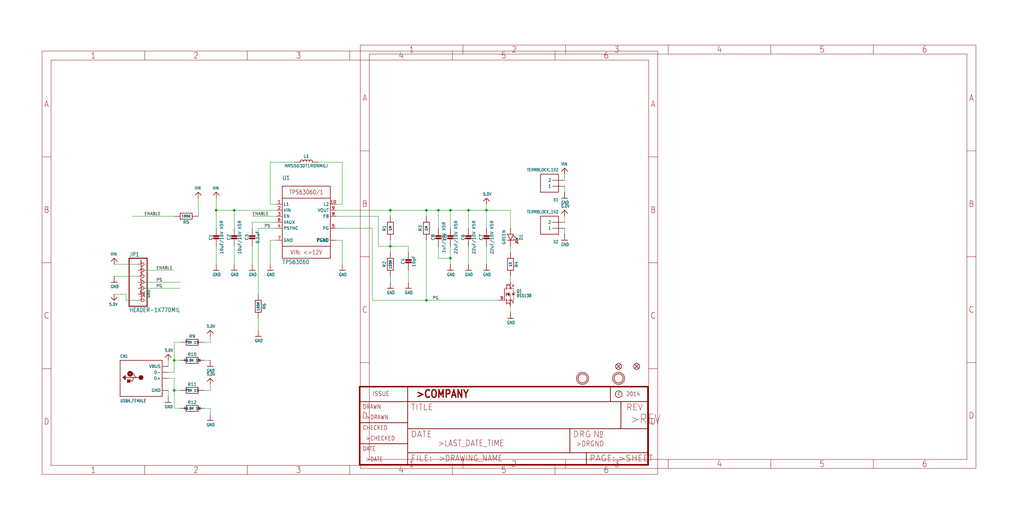
<source format=kicad_sch>
(kicad_sch (version 20211123) (generator eeschema)
  (paper "User" 433.07 220.421)
  (lib_symbols
    (symbol "eagleSchem-eagle-import:5.0V" (power)
      (property "Value" "5.0V" (at -1.524 1.016 0))
      (symbol "5.0V_1_0"
        (polyline (pts (xy -1.27 -1.27) (xy 0 0)) (stroke (width 0.254)))
        (polyline (pts (xy 0 0) (xy 1.27 -1.27)) (stroke (width 0.254)))
        (pin power_in line (at 0 -2.54 90) (length 2.54) (name "5.0V") (number "1"))
      )
    )
    (symbol "eagleSchem-eagle-import:CAP_CERAMIC0805-NOOUTLINE"
      (property "Reference" "C" (at -2.29 1.25 90))
      (property "Value" "CAP_CERAMIC0805-NOOUTLINE" (at 2.3 1.25 90))
      (symbol "CAP_CERAMIC0805-NOOUTLINE_1_0"
        (rectangle (start -1.27 0.508) (end 1.27 1.016) (fill (type outline)))
        (rectangle (start -1.27 1.524) (end 1.27 2.032) (fill (type outline)))
        (polyline (pts (xy 0 0.762) (xy 0 0)) (stroke (width 0.1524)))
        (polyline (pts (xy 0 2.54) (xy 0 1.778)) (stroke (width 0.1524)))
        (pin passive line (at 0 5.08 270) (length 2.54) (name "1") (number "1"))
        (pin passive line (at 0 -2.54 90) (length 2.54) (name "2") (number "2"))
      )
    )
    (symbol "eagleSchem-eagle-import:FIDUCIAL{dblquote}{dblquote}"
      (symbol "FIDUCIAL{dblquote}{dblquote}_1_0"
        (polyline (pts (xy -0.762 0.762) (xy 0.762 -0.762)) (stroke (width 0.254)))
        (polyline (pts (xy 0.762 0.762) (xy -0.762 -0.762)) (stroke (width 0.254)))
        (circle (center 0 0) (radius 1.27) (stroke (width 0.254)))
      )
    )
    (symbol "eagleSchem-eagle-import:FRAME_A4"
      (symbol "FRAME_A4_0_0"
        (polyline (pts (xy 0 44.7675) (xy 3.81 44.7675)))
        (polyline (pts (xy 0 89.535) (xy 3.81 89.535)))
        (polyline (pts (xy 0 134.3025) (xy 3.81 134.3025)))
        (polyline (pts (xy 3.81 3.81) (xy 3.81 175.26)))
        (polyline (pts (xy 43.3917 0) (xy 43.3917 3.81)))
        (polyline (pts (xy 43.3917 175.26) (xy 43.3917 179.07)))
        (polyline (pts (xy 86.7833 0) (xy 86.7833 3.81)))
        (polyline (pts (xy 86.7833 175.26) (xy 86.7833 179.07)))
        (polyline (pts (xy 130.175 0) (xy 130.175 3.81)))
        (polyline (pts (xy 130.175 175.26) (xy 130.175 179.07)))
        (polyline (pts (xy 173.5667 0) (xy 173.5667 3.81)))
        (polyline (pts (xy 173.5667 175.26) (xy 173.5667 179.07)))
        (polyline (pts (xy 216.9583 0) (xy 216.9583 3.81)))
        (polyline (pts (xy 216.9583 175.26) (xy 216.9583 179.07)))
        (polyline (pts (xy 256.54 3.81) (xy 3.81 3.81)))
        (polyline (pts (xy 256.54 3.81) (xy 256.54 175.26)))
        (polyline (pts (xy 256.54 44.7675) (xy 260.35 44.7675)))
        (polyline (pts (xy 256.54 89.535) (xy 260.35 89.535)))
        (polyline (pts (xy 256.54 134.3025) (xy 260.35 134.3025)))
        (polyline (pts (xy 256.54 175.26) (xy 3.81 175.26)))
        (polyline (pts (xy 0 0) (xy 260.35 0) (xy 260.35 179.07) (xy 0 179.07) (xy 0 0)))
        (text "1" (at 21.6958 1.905 0) (effects (font (size 2.54 2.286))))
        (text "1" (at 21.6958 177.165 0) (effects (font (size 2.54 2.286))))
        (text "2" (at 65.0875 1.905 0) (effects (font (size 2.54 2.286))))
        (text "2" (at 65.0875 177.165 0) (effects (font (size 2.54 2.286))))
        (text "3" (at 108.4792 1.905 0) (effects (font (size 2.54 2.286))))
        (text "3" (at 108.4792 177.165 0) (effects (font (size 2.54 2.286))))
        (text "4" (at 151.8708 1.905 0) (effects (font (size 2.54 2.286))))
        (text "4" (at 151.8708 177.165 0) (effects (font (size 2.54 2.286))))
        (text "5" (at 195.2625 1.905 0) (effects (font (size 2.54 2.286))))
        (text "5" (at 195.2625 177.165 0) (effects (font (size 2.54 2.286))))
        (text "6" (at 238.6542 1.905 0) (effects (font (size 2.54 2.286))))
        (text "6" (at 238.6542 177.165 0) (effects (font (size 2.54 2.286))))
        (text "A" (at 1.905 156.6863 0) (effects (font (size 2.54 2.286))))
        (text "A" (at 258.445 156.6863 0) (effects (font (size 2.54 2.286))))
        (text "B" (at 1.905 111.9188 0) (effects (font (size 2.54 2.286))))
        (text "B" (at 258.445 111.9188 0) (effects (font (size 2.54 2.286))))
        (text "C" (at 1.905 67.1513 0) (effects (font (size 2.54 2.286))))
        (text "C" (at 258.445 67.1513 0) (effects (font (size 2.54 2.286))))
        (text "D" (at 1.905 22.3838 0) (effects (font (size 2.54 2.286))))
        (text "D" (at 258.445 22.3838 0) (effects (font (size 2.54 2.286))))
      )
      (symbol "FRAME_A4_1_0"
        (polyline (pts (xy 256.54 3.81) (xy 256.54 8.89)) (stroke (width 0.1016)))
        (polyline (pts (xy 256.54 8.89) (xy 256.54 13.97)) (stroke (width 0.1016)))
        (polyline (pts (xy 256.54 13.97) (xy 256.54 19.05)) (stroke (width 0.1016)))
        (polyline (pts (xy 256.54 19.05) (xy 256.54 36.83)) (stroke (width 0.1016)))
      )
      (symbol "FRAME_A4_2_0"
        (polyline (pts (xy -0.3048 1.5748) (xy 20.0152 1.5748)) (stroke (width 0.6096)))
        (polyline (pts (xy -0.3048 10.4648) (xy -0.3048 1.5748)) (stroke (width 0.6096)))
        (polyline (pts (xy -0.3048 10.4648) (xy 20.0152 10.4648)) (stroke (width 0.3048)))
        (polyline (pts (xy -0.3048 19.3548) (xy -0.3048 10.4648)) (stroke (width 0.6096)))
        (polyline (pts (xy -0.3048 19.3548) (xy 20.0152 19.3548)) (stroke (width 0.3048)))
        (polyline (pts (xy -0.3048 28.2448) (xy -0.3048 19.3548)) (stroke (width 0.6096)))
        (polyline (pts (xy -0.3048 28.2448) (xy 20.0152 28.2448)) (stroke (width 0.3048)))
        (polyline (pts (xy -0.3048 34.5948) (xy -0.3048 28.2448)) (stroke (width 0.6096)))
        (polyline (pts (xy 20.0152 1.5748) (xy 20.0152 6.6548)) (stroke (width 0.3048)))
        (polyline (pts (xy 20.0152 1.5748) (xy 95.5802 1.5748)) (stroke (width 0.6096)))
        (polyline (pts (xy 20.0152 6.6548) (xy 20.0152 10.4648)) (stroke (width 0.3048)))
        (polyline (pts (xy 20.0152 6.6548) (xy 88.5952 6.6548)) (stroke (width 0.3048)))
        (polyline (pts (xy 20.0152 10.4648) (xy 20.0152 16.8148)) (stroke (width 0.3048)))
        (polyline (pts (xy 20.0152 16.8148) (xy 20.0152 19.3548)) (stroke (width 0.3048)))
        (polyline (pts (xy 20.0152 19.3548) (xy 20.0152 28.2448)) (stroke (width 0.3048)))
        (polyline (pts (xy 20.0152 28.2448) (xy 20.0152 34.5948)) (stroke (width 0.3048)))
        (polyline (pts (xy 20.0152 28.2448) (xy 105.7402 28.2448)) (stroke (width 0.3048)))
        (polyline (pts (xy 20.0152 34.5948) (xy -0.3048 34.5948)) (stroke (width 0.6096)))
        (polyline (pts (xy 88.5952 6.6548) (xy 95.5802 6.6548)) (stroke (width 0.3048)))
        (polyline (pts (xy 88.5952 16.8148) (xy 20.0152 16.8148)) (stroke (width 0.3048)))
        (polyline (pts (xy 88.5952 16.8148) (xy 88.5952 6.6548)) (stroke (width 0.3048)))
        (polyline (pts (xy 95.5802 1.5748) (xy 121.6152 1.5748)) (stroke (width 0.6096)))
        (polyline (pts (xy 95.5802 6.6548) (xy 95.5802 1.5748)) (stroke (width 0.3048)))
        (polyline (pts (xy 95.5802 6.6548) (xy 121.6152 6.6548)) (stroke (width 0.3048)))
        (polyline (pts (xy 101.2952 13.3223) (xy 102.2477 13.3223)) (stroke (width 0.254)))
        (polyline (pts (xy 105.7402 28.2448) (xy 105.7402 34.5948)) (stroke (width 0.3048)))
        (polyline (pts (xy 105.7402 28.2448) (xy 110.1852 28.2448)) (stroke (width 0.3048)))
        (polyline (pts (xy 105.7402 34.5948) (xy 20.0152 34.5948)) (stroke (width 0.6096)))
        (polyline (pts (xy 110.1852 16.8148) (xy 88.5952 16.8148)) (stroke (width 0.3048)))
        (polyline (pts (xy 110.1852 28.2448) (xy 110.1852 16.8148)) (stroke (width 0.3048)))
        (polyline (pts (xy 110.1852 28.2448) (xy 121.6152 28.2448)) (stroke (width 0.3048)))
        (polyline (pts (xy 121.6152 6.6548) (xy 121.6152 1.5748)) (stroke (width 0.6096)))
        (polyline (pts (xy 121.6152 16.8148) (xy 110.1852 16.8148)) (stroke (width 0.3048)))
        (polyline (pts (xy 121.6152 16.8148) (xy 121.6152 6.6548)) (stroke (width 0.6096)))
        (polyline (pts (xy 121.6152 28.2448) (xy 121.6152 16.8148)) (stroke (width 0.6096)))
        (polyline (pts (xy 121.6152 34.5948) (xy 105.7402 34.5948)) (stroke (width 0.6096)))
        (polyline (pts (xy 121.6152 34.5948) (xy 121.6152 28.2448)) (stroke (width 0.6096)))
        (circle (center 109.2327 31.4198) (radius 1.4199) (stroke (width 0.254)))
        (text "2014" (at 112.4077 30.4673 0) (effects (font (size 1.778 1.5113)) (justify left bottom)))
        (text ">CHECKED" (at 2.2352 11.7348 0) (effects (font (size 1.778 1.5113)) (justify left bottom)))
        (text ">COMPANY" (at 23.349 29.6735 0) (effects (font (size 3.175 2.6987) (thickness 0.5397) bold) (justify left bottom)))
        (text ">DATE" (at 2.2352 2.8448 0) (effects (font (size 1.778 1.5113)) (justify left bottom)))
        (text ">DRAWING_NAME" (at 33.0327 2.8448 0) (effects (font (size 2.54 2.159)) (justify left bottom)))
        (text ">DRAWN" (at 2.2352 20.6248 0) (effects (font (size 1.778 1.5113)) (justify left bottom)))
        (text ">DRGNO" (at 91.1352 9.1948 0) (effects (font (size 2.1844 1.8567)) (justify left bottom)))
        (text ">LAST_DATE_TIME" (at 32.7152 9.1948 0) (effects (font (size 2.54 2.159)) (justify left bottom)))
        (text ">REV" (at 113.9952 18.7198 0) (effects (font (size 3.81 3.2385)) (justify left bottom)))
        (text ">SHEET" (at 108.9152 2.8448 0) (effects (font (size 2.54 2.54)) (justify left bottom)))
        (text "C" (at 108.7564 30.7848 0) (effects (font (size 1.27 1.0795)) (justify left bottom)))
        (text "CHECKED" (at 0.9652 16.1798 0) (effects (font (size 1.778 1.5113)) (justify left bottom)))
        (text "DATE" (at 0.9652 7.2898 0) (effects (font (size 1.778 1.5113)) (justify left bottom)))
        (text "DATE" (at 21.2852 13.0048 0) (effects (font (size 2.54 2.54)) (justify left bottom)))
        (text "DRAWN" (at 0.9652 25.0698 0) (effects (font (size 1.778 1.5113)) (justify left bottom)))
        (text "DRG" (at 89.8652 13.0048 0) (effects (font (size 2.54 2.54)) (justify left bottom)))
        (text "FILE:" (at 21.2852 2.8448 0) (effects (font (size 2.54 2.54)) (justify left bottom)))
        (text "ISSUE" (at 5.0927 30.4673 0) (effects (font (size 1.9304 1.6408)) (justify left bottom)))
        (text "N" (at 98.4377 13.0048 0) (effects (font (size 2.54 2.54)) (justify left bottom)))
        (text "o" (at 100.9777 13.9573 0) (effects (font (size 2.1844 1.8567)) (justify left bottom)))
        (text "PAGE:" (at 96.8502 2.8448 0) (effects (font (size 2.54 2.54)) (justify left bottom)))
        (text "REV" (at 112.4077 24.4348 0) (effects (font (size 2.54 2.54)) (justify left bottom)))
        (text "TITLE" (at 21.2852 24.4348 0) (effects (font (size 2.54 2.54)) (justify left bottom)))
      )
    )
    (symbol "eagleSchem-eagle-import:GND" (power)
      (property "Value" "GND" (at -1.524 -2.54 0))
      (symbol "GND_1_0"
        (polyline (pts (xy -1.27 0) (xy 1.27 0)) (stroke (width 0.254)))
        (pin power_in line (at 0 2.54 270) (length 2.54) (name "GND") (number "1"))
      )
    )
    (symbol "eagleSchem-eagle-import:HEADER-1X770MIL"
      (property "Reference" "JP" (at -6.35 10.795 0))
      (property "Value" "HEADER-1X770MIL" (at -6.35 -12.7 0))
      (symbol "HEADER-1X770MIL_1_0"
        (polyline (pts (xy -6.35 -10.16) (xy 1.27 -10.16)) (stroke (width 0.4064)))
        (polyline (pts (xy -6.35 10.16) (xy -6.35 -10.16)) (stroke (width 0.4064)))
        (polyline (pts (xy 1.27 -10.16) (xy 1.27 10.16)) (stroke (width 0.4064)))
        (polyline (pts (xy 1.27 10.16) (xy -6.35 10.16)) (stroke (width 0.4064)))
        (pin passive inverted (at -2.54 7.62 0) (length 2.54) (name "1") (number "1"))
        (pin passive inverted (at -2.54 5.08 0) (length 2.54) (name "2") (number "2"))
        (pin passive inverted (at -2.54 2.54 0) (length 2.54) (name "3") (number "3"))
        (pin passive inverted (at -2.54 0 0) (length 2.54) (name "4") (number "4"))
        (pin passive inverted (at -2.54 -2.54 0) (length 2.54) (name "5") (number "5"))
        (pin passive inverted (at -2.54 -5.08 0) (length 2.54) (name "6") (number "6"))
        (pin passive inverted (at -2.54 -7.62 0) (length 2.54) (name "7") (number "7"))
      )
    )
    (symbol "eagleSchem-eagle-import:INDUCTORTDK_VLC5045"
      (property "Reference" "L" (at 0 2.54 0))
      (property "Value" "INDUCTORTDK_VLC5045" (at 0 -1.54 0))
      (symbol "INDUCTORTDK_VLC5045_1_0"
        (arc (start -1.27 0.3175) (mid -1.905 0.9524) (end -2.54 0.3175) (stroke (width 0.254)))
        (polyline (pts (xy -2.54 0.3175) (xy -2.54 0)) (stroke (width 0.254)))
        (polyline (pts (xy 2.54 0.3175) (xy 2.54 0)) (stroke (width 0.254)))
        (arc (start 0 0.3175) (mid -0.635 0.9524) (end -1.27 0.3175) (stroke (width 0.254)))
        (arc (start 1.27 0.3175) (mid 0.635 0.9524) (end 0 0.3175) (stroke (width 0.254)))
        (arc (start 2.54 0.3175) (mid 1.905 0.9524) (end 1.27 0.3175) (stroke (width 0.254)))
        (pin passive line (at -5.08 0 0) (length 2.54) (name "1") (number "P$1"))
        (pin passive line (at 5.08 0 180) (length 2.54) (name "2") (number "P$2"))
      )
    )
    (symbol "eagleSchem-eagle-import:LED0805_NOOUTLINE"
      (property "Reference" "D" (at -1.27 4.445 0))
      (property "Value" "LED0805_NOOUTLINE" (at -1.27 -2.794 0))
      (symbol "LED0805_NOOUTLINE_1_0"
        (polyline (pts (xy -2.54 -1.27) (xy 0 0)) (stroke (width 0.254)))
        (polyline (pts (xy -2.54 1.27) (xy -2.54 -1.27)) (stroke (width 0.254)))
        (polyline (pts (xy -1.905 1.27) (xy -0.635 2.54)) (stroke (width 0.254)))
        (polyline (pts (xy -0.9525 2.8575) (xy -0.3175 2.2225)) (stroke (width 0.254)))
        (polyline (pts (xy -0.635 1.27) (xy 0.635 2.54)) (stroke (width 0.254)))
        (polyline (pts (xy -0.3175 2.2225) (xy 0 3.175)) (stroke (width 0.254)))
        (polyline (pts (xy 0 0) (xy -2.54 1.27)) (stroke (width 0.254)))
        (polyline (pts (xy 0 0) (xy 0 -1.27)) (stroke (width 0.254)))
        (polyline (pts (xy 0 1.27) (xy 0 0)) (stroke (width 0.254)))
        (polyline (pts (xy 0 3.175) (xy -0.9525 2.8575)) (stroke (width 0.254)))
        (polyline (pts (xy 0.3175 2.8575) (xy 0.9525 2.2225)) (stroke (width 0.254)))
        (polyline (pts (xy 0.9525 2.2225) (xy 1.27 3.175)) (stroke (width 0.254)))
        (polyline (pts (xy 1.27 3.175) (xy 0.3175 2.8575)) (stroke (width 0.254)))
        (pin passive line (at -5.08 0 0) (length 2.54) (name "A") (number "A"))
        (pin passive line (at 2.54 0 180) (length 2.54) (name "C") (number "C"))
      )
    )
    (symbol "eagleSchem-eagle-import:MOSFET-NWIDE"
      (property "Reference" "Q" (at 5.08 0.635 0))
      (property "Value" "MOSFET-NWIDE" (at 5.08 -1.27 0))
      (symbol "MOSFET-NWIDE_1_0"
        (polyline (pts (xy 0 2.54) (xy 0 -2.54)) (stroke (width 0.254)))
        (polyline (pts (xy 0.762 -2.54) (xy 0.762 -3.175)) (stroke (width 0.254)))
        (polyline (pts (xy 0.762 -1.905) (xy 0.762 -2.54)) (stroke (width 0.254)))
        (polyline (pts (xy 0.762 0) (xy 0.762 -0.762)) (stroke (width 0.254)))
        (polyline (pts (xy 0.762 0) (xy 2.54 0)) (stroke (width 0.1524)))
        (polyline (pts (xy 0.762 0.762) (xy 0.762 0)) (stroke (width 0.254)))
        (polyline (pts (xy 0.762 2.54) (xy 0.762 1.905)) (stroke (width 0.254)))
        (polyline (pts (xy 0.762 2.54) (xy 3.81 2.54)) (stroke (width 0.1524)))
        (polyline (pts (xy 0.762 3.175) (xy 0.762 2.54)) (stroke (width 0.254)))
        (polyline (pts (xy 2.54 -2.54) (xy 0.762 -2.54)) (stroke (width 0.1524)))
        (polyline (pts (xy 2.54 -2.54) (xy 3.81 -2.54)) (stroke (width 0.1524)))
        (polyline (pts (xy 2.54 0) (xy 2.54 -2.54)) (stroke (width 0.1524)))
        (polyline (pts (xy 3.302 0.508) (xy 3.048 0.254)) (stroke (width 0.1524)))
        (polyline (pts (xy 3.81 0.508) (xy 3.302 0.508)) (stroke (width 0.1524)))
        (polyline (pts (xy 3.81 0.508) (xy 3.81 -2.54)) (stroke (width 0.1524)))
        (polyline (pts (xy 3.81 2.54) (xy 3.81 0.508)) (stroke (width 0.1524)))
        (polyline (pts (xy 4.318 0.508) (xy 3.81 0.508)) (stroke (width 0.1524)))
        (polyline (pts (xy 4.572 0.762) (xy 4.318 0.508)) (stroke (width 0.1524)))
        (polyline (pts (xy 1.016 0) (xy 2.032 0.762) (xy 2.032 -0.762)) (fill (type outline)))
        (polyline (pts (xy 3.81 0.508) (xy 3.302 -0.254) (xy 4.318 -0.254)) (fill (type outline)))
        (circle (center 2.54 -2.54) (radius 0.3592))
        (circle (center 2.54 2.54) (radius 0.3592))
        (text "D" (at 3.175 3.175 0) (effects (font (size 0.8128 0.6908)) (justify left bottom)))
        (text "G" (at -1.27 -1.905 0) (effects (font (size 0.8128 0.6908)) (justify left bottom)))
        (text "S" (at 3.175 -3.81 0) (effects (font (size 0.8128 0.6908)) (justify left bottom)))
        (pin bidirectional line (at -2.54 -2.54 0) (length 2.54) (name "G") (number "1"))
        (pin bidirectional line (at 2.54 -5.08 90) (length 2.54) (name "S") (number "2"))
        (pin bidirectional line (at 2.54 5.08 270) (length 2.54) (name "D") (number "3"))
      )
    )
    (symbol "eagleSchem-eagle-import:MOUNTINGHOLE2.5"
      (symbol "MOUNTINGHOLE2.5_1_0"
        (circle (center 0 0) (radius 1.905) (stroke (width 0.254)))
        (circle (center 0 0) (radius 2.54) (stroke (width 0.254)))
      )
    )
    (symbol "eagleSchem-eagle-import:RESISTOR0805_NOOUTLINE"
      (property "Reference" "R" (at 0 2.54 0))
      (property "Value" "RESISTOR0805_NOOUTLINE" (at 0 0 0))
      (symbol "RESISTOR0805_NOOUTLINE_1_0"
        (polyline (pts (xy -2.54 -1.27) (xy -2.54 1.27)) (stroke (width 0.254)))
        (polyline (pts (xy -2.54 1.27) (xy 2.54 1.27)) (stroke (width 0.254)))
        (polyline (pts (xy 2.54 -1.27) (xy -2.54 -1.27)) (stroke (width 0.254)))
        (polyline (pts (xy 2.54 1.27) (xy 2.54 -1.27)) (stroke (width 0.254)))
        (pin passive line (at -5.08 0 0) (length 2.54) (name "1") (number "1"))
        (pin passive line (at 5.08 0 180) (length 2.54) (name "2") (number "2"))
      )
    )
    (symbol "eagleSchem-eagle-import:TERMBLOCK_1X2"
      (property "Reference" "X" (at -2.54 7.62 0))
      (property "Value" "TERMBLOCK_1X2" (at -2.54 -5.08 0))
      (symbol "TERMBLOCK_1X2_1_0"
        (polyline (pts (xy -2.54 -2.54) (xy 5.08 -2.54)) (stroke (width 0.254)))
        (polyline (pts (xy -2.54 5.08) (xy -2.54 -2.54)) (stroke (width 0.254)))
        (polyline (pts (xy 5.08 -2.54) (xy 5.08 5.08)) (stroke (width 0.254)))
        (polyline (pts (xy 5.08 5.08) (xy -2.54 5.08)) (stroke (width 0.254)))
        (pin passive line (at -5.08 2.54 0) (length 5.08) (name "1") (number "1"))
        (pin passive line (at -5.08 0 0) (length 5.08) (name "2") (number "2"))
      )
    )
    (symbol "eagleSchem-eagle-import:USB_TYPEAPTHFML"
      (property "Reference" "X" (at -10.16 8.636 0))
      (property "Value" "USB_TYPEAPTHFML" (at -10.16 -10.16 0))
      (symbol "USB_TYPEAPTHFML_1_0"
        (rectangle (start -7.12 -1.72) (end -5.92 -0.52) (fill (type outline)))
        (circle (center -5.92 1.93) (radius 0.2) (stroke (width 1)))
        (circle (center -1.32 0.33) (radius 0.5) (stroke (width 1)))
        (polyline (pts (xy -10.2 7.62) (xy -10.16 7.62)) (stroke (width 0.254)))
        (polyline (pts (xy -10.16 -7.62) (xy 7.62 -7.62)) (stroke (width 0.254)))
        (polyline (pts (xy -10.16 7.62) (xy -10.16 -7.62)) (stroke (width 0.254)))
        (polyline (pts (xy -10.16 7.62) (xy 7.62 7.62)) (stroke (width 0.254)))
        (polyline (pts (xy -8.92 0.33) (xy -8.12 1.13)) (stroke (width 0.254)))
        (polyline (pts (xy -8.52 0.13) (xy -8.32 -0.07)) (stroke (width 0.254)))
        (polyline (pts (xy -8.52 0.33) (xy -8.52 0.13)) (stroke (width 0.254)))
        (polyline (pts (xy -8.32 -0.07) (xy -8.32 0.73)) (stroke (width 0.254)))
        (polyline (pts (xy -8.32 0.73) (xy -8.72 0.33)) (stroke (width 0.254)))
        (polyline (pts (xy -8.12 -0.47) (xy -8.92 0.33)) (stroke (width 0.254)))
        (polyline (pts (xy -8.12 -0.27) (xy -8.12 1.13)) (stroke (width 0.254)))
        (polyline (pts (xy -8.12 1.13) (xy -7.92 1.13)) (stroke (width 0.254)))
        (polyline (pts (xy -7.92 -0.47) (xy -8.12 -0.47)) (stroke (width 0.254)))
        (polyline (pts (xy -7.92 0.33) (xy -7.92 -0.47)) (stroke (width 0.254)))
        (polyline (pts (xy -7.92 1.13) (xy -7.92 0.33)) (stroke (width 0.254)))
        (polyline (pts (xy -6.27 -1.12) (xy -5.07 -1.12)) (stroke (width 0.254)))
        (polyline (pts (xy -5.52 1.93) (xy -4.52 1.93)) (stroke (width 0.254)))
        (polyline (pts (xy -5.07 -1.12) (xy -4.22 0.33)) (stroke (width 0.254)))
        (polyline (pts (xy -4.52 1.93) (xy -3.47 0.33)) (stroke (width 0.254)))
        (polyline (pts (xy -4.22 0.33) (xy -7.92 0.33)) (stroke (width 0.254)))
        (polyline (pts (xy -3.47 0.33) (xy -4.22 0.33)) (stroke (width 0.254)))
        (polyline (pts (xy -1.32 0.33) (xy -3.47 0.33)) (stroke (width 0.254)))
        (polyline (pts (xy 7.62 7.62) (xy 7.62 -7.62)) (stroke (width 0.254)))
        (pin bidirectional line (at 10.16 0 180) (length 2.54) (name "D+") (number "D+"))
        (pin bidirectional line (at 10.16 2.54 180) (length 2.54) (name "D-") (number "D-"))
        (pin power_in line (at 10.16 -5.08 180) (length 2.54) (name "GND") (number "GND"))
        (pin power_in line (at 10.16 5.08 180) (length 2.54) (name "VBUS") (number "VBUS"))
      )
    )
    (symbol "eagleSchem-eagle-import:VIN" (power)
      (property "Value" "VIN" (at -1.524 1.016 0))
      (symbol "VIN_1_0"
        (polyline (pts (xy -1.27 -1.27) (xy 0 0)) (stroke (width 0.254)))
        (polyline (pts (xy 0 0) (xy 1.27 -1.27)) (stroke (width 0.254)))
        (pin power_in line (at 0 -2.54 90) (length 2.54) (name "VIN") (number "1"))
      )
    )
    (symbol "eagleSchem-eagle-import:VREG_TPS63060{slash}1"
      (property "Reference" "U" (at -10.16 17.78 0))
      (property "Value" "VREG_TPS63060{slash}1" (at -10.16 -17.78 0))
      (symbol "VREG_TPS63060{slash}1_1_0"
        (polyline (pts (xy -10.16 -15.24) (xy -10.16 -10.16)) (stroke (width 0.254)))
        (polyline (pts (xy -10.16 -10.16) (xy -10.16 10.16)) (stroke (width 0.254)))
        (polyline (pts (xy -10.16 10.16) (xy -10.16 15.24)) (stroke (width 0.254)))
        (polyline (pts (xy -10.16 10.16) (xy 10.16 10.16)) (stroke (width 0.254)))
        (polyline (pts (xy -10.16 15.24) (xy 10.16 15.24)) (stroke (width 0.254)))
        (polyline (pts (xy 10.16 -15.24) (xy -10.16 -15.24)) (stroke (width 0.254)))
        (polyline (pts (xy 10.16 -10.16) (xy -10.16 -10.16)) (stroke (width 0.254)))
        (polyline (pts (xy 10.16 -10.16) (xy 10.16 -15.24)) (stroke (width 0.254)))
        (polyline (pts (xy 10.16 10.16) (xy 10.16 -10.16)) (stroke (width 0.254)))
        (polyline (pts (xy 10.16 15.24) (xy 10.16 10.16)) (stroke (width 0.254)))
        (text "TPS63060/1" (at 0 12.7 0) (effects (font (size 1.778 1.5113))))
        (text "VIN: <=12V" (at 0 -12.7 0) (effects (font (size 1.778 1.5113))))
        (pin input line (at -12.7 7.62 0) (length 2.54) (name "L1") (number "1"))
        (pin input line (at 12.7 7.62 180) (length 2.54) (name "L2") (number "10"))
        (pin power_in line (at -12.7 5.08 0) (length 2.54) (name "VIN") (number "2"))
        (pin input line (at -12.7 2.54 0) (length 2.54) (name "EN") (number "3"))
        (pin input line (at -12.7 -2.54 0) (length 2.54) (name "PSYNC") (number "4"))
        (pin open_collector line (at 12.7 -2.54 180) (length 2.54) (name "PG") (number "5"))
        (pin passive line (at -12.7 0 0) (length 2.54) (name "VAUX") (number "6"))
        (pin power_in line (at -12.7 -7.62 0) (length 2.54) (name "GND") (number "7"))
        (pin input line (at 12.7 2.54 180) (length 2.54) (name "FB") (number "8"))
        (pin power_in line (at 12.7 5.08 180) (length 2.54) (name "VOUT") (number "9"))
        (pin power_in line (at 12.7 -7.62 180) (length 2.54) (name "PGND") (number "THERMAL@1"))
        (pin power_in line (at 12.7 -7.62 180) (length 2.54) (name "PGND") (number "THERMAL@10"))
        (pin power_in line (at 12.7 -7.62 180) (length 2.54) (name "PGND") (number "THERMAL@11"))
        (pin power_in line (at 12.7 -7.62 180) (length 2.54) (name "PGND") (number "THERMAL@12"))
        (pin power_in line (at 12.7 -7.62 180) (length 2.54) (name "PGND") (number "THERMAL@13"))
        (pin power_in line (at 12.7 -7.62 180) (length 2.54) (name "PGND") (number "THERMAL@14"))
        (pin power_in line (at 12.7 -7.62 180) (length 2.54) (name "PGND") (number "THERMAL@5"))
        (pin power_in line (at 12.7 -7.62 180) (length 2.54) (name "PGND") (number "THERMAL@6"))
        (pin power_in line (at 12.7 -7.62 180) (length 2.54) (name "PGND") (number "THERMAL@7"))
        (pin power_in line (at 12.7 -7.62 180) (length 2.54) (name "PGND") (number "THERMAL@8"))
        (pin power_in line (at 12.7 -7.62 180) (length 2.54) (name "PGND") (number "THERMAL@9"))
      )
    )
  )
  (junction (at 165.1 104.14))
  (junction (at 180.34 88.9))
  (junction (at 190.5 88.9))
  (junction (at 180.34 127))
  (junction (at 205.74 88.9))
  (junction (at 165.1 88.9))
  (junction (at 190.5 109.22))
  (junction (at 91.44 88.9))
  (junction (at 73.66 165.1))
  (junction (at 99.06 88.9))
  (junction (at 198.12 88.9))
  (junction (at 73.66 152.4))
  (junction (at 185.42 88.9))
  (wire (pts (xy 190.5 88.9) (xy 190.5 96.52)))
  (wire (pts (xy 71.12 160.02) (xy 73.66 160.02)))
  (wire (pts (xy 73.66 152.4) (xy 73.66 144.78)))
  (wire (pts (xy 238.76 93.98) (xy 238.76 91.44)))
  (wire (pts (xy 205.74 88.9) (xy 205.74 96.52)))
  (wire (pts (xy 185.42 109.22) (xy 185.42 104.14)))
  (wire (pts (xy 185.42 96.52) (xy 185.42 88.9)))
  (wire (pts (xy 142.24 88.9) (xy 165.1 88.9)))
  (wire (pts (xy 205.74 104.14) (xy 205.74 111.76)))
  (wire (pts (xy 58.42 114.3) (xy 73.66 114.3)))
  (wire (pts (xy 53.34 127) (xy 58.42 127)))
  (wire (pts (xy 99.06 104.14) (xy 99.06 111.76)))
  (wire (pts (xy 165.1 104.14) (xy 172.72 104.14)))
  (wire (pts (xy 91.44 88.9) (xy 91.44 96.52)))
  (wire (pts (xy 165.1 116.84) (xy 165.1 119.38)))
  (wire (pts (xy 215.9 129.54) (xy 215.9 132.08)))
  (wire (pts (xy 142.24 96.52) (xy 157.48 96.52)))
  (wire (pts (xy 106.68 93.98) (xy 106.68 96.52)))
  (wire (pts (xy 190.5 109.22) (xy 185.42 109.22)))
  (wire (pts (xy 116.84 93.98) (xy 106.68 93.98)))
  (wire (pts (xy 180.34 88.9) (xy 185.42 88.9)))
  (wire (pts (xy 86.36 152.4) (xy 88.9 152.4)))
  (wire (pts (xy 71.12 154.94) (xy 71.12 152.4)))
  (wire (pts (xy 172.72 114.3) (xy 172.72 119.38)))
  (wire (pts (xy 83.82 91.44) (xy 83.82 83.82)))
  (wire (pts (xy 71.12 165.1) (xy 71.12 167.64)))
  (wire (pts (xy 88.9 165.1) (xy 88.9 162.56)))
  (wire (pts (xy 180.34 127) (xy 180.34 101.6)))
  (wire (pts (xy 73.66 165.1) (xy 76.2 165.1)))
  (wire (pts (xy 238.76 78.74) (xy 238.76 81.28)))
  (wire (pts (xy 116.84 86.36) (xy 114.3 86.36)))
  (wire (pts (xy 116.84 88.9) (xy 99.06 88.9)))
  (wire (pts (xy 114.3 86.36) (xy 114.3 68.58)))
  (wire (pts (xy 73.66 172.72) (xy 76.2 172.72)))
  (wire (pts (xy 142.24 91.44) (xy 160.02 91.44)))
  (wire (pts (xy 165.1 88.9) (xy 180.34 88.9)))
  (wire (pts (xy 48.26 124.46) (xy 53.34 124.46)))
  (wire (pts (xy 215.9 116.84) (xy 215.9 119.38)))
  (wire (pts (xy 88.9 172.72) (xy 88.9 175.26)))
  (wire (pts (xy 91.44 88.9) (xy 91.44 83.82)))
  (wire (pts (xy 106.68 104.14) (xy 106.68 111.76)))
  (wire (pts (xy 116.84 101.6) (xy 114.3 101.6)))
  (wire (pts (xy 58.42 119.38) (xy 76.2 119.38)))
  (wire (pts (xy 198.12 104.14) (xy 198.12 111.76)))
  (wire (pts (xy 86.36 165.1) (xy 88.9 165.1)))
  (wire (pts (xy 116.84 96.52) (xy 109.22 96.52)))
  (wire (pts (xy 91.44 104.14) (xy 91.44 111.76)))
  (wire (pts (xy 165.1 104.14) (xy 165.1 101.6)))
  (wire (pts (xy 144.78 86.36) (xy 144.78 68.58)))
  (wire (pts (xy 165.1 88.9) (xy 165.1 91.44)))
  (wire (pts (xy 160.02 104.14) (xy 165.1 104.14)))
  (wire (pts (xy 88.9 144.78) (xy 88.9 142.24)))
  (wire (pts (xy 116.84 91.44) (xy 106.68 91.44)))
  (wire (pts (xy 53.34 124.46) (xy 53.34 127)))
  (wire (pts (xy 238.76 76.2) (xy 238.76 73.66)))
  (wire (pts (xy 48.26 116.84) (xy 58.42 116.84)))
  (wire (pts (xy 114.3 101.6) (xy 114.3 111.76)))
  (wire (pts (xy 55.88 91.44) (xy 73.66 91.44)))
  (wire (pts (xy 73.66 160.02) (xy 73.66 165.1)))
  (wire (pts (xy 114.3 68.58) (xy 124.46 68.58)))
  (wire (pts (xy 215.9 88.9) (xy 215.9 96.52)))
  (wire (pts (xy 180.34 127) (xy 210.82 127)))
  (wire (pts (xy 73.66 144.78) (xy 76.2 144.78)))
  (wire (pts (xy 99.06 88.9) (xy 91.44 88.9)))
  (wire (pts (xy 165.1 106.68) (xy 165.1 104.14)))
  (wire (pts (xy 144.78 101.6) (xy 144.78 111.76)))
  (wire (pts (xy 205.74 88.9) (xy 205.74 86.36)))
  (wire (pts (xy 109.22 139.7) (xy 109.22 134.62)))
  (wire (pts (xy 205.74 88.9) (xy 215.9 88.9)))
  (wire (pts (xy 160.02 91.44) (xy 160.02 104.14)))
  (wire (pts (xy 142.24 101.6) (xy 144.78 101.6)))
  (wire (pts (xy 48.26 111.76) (xy 58.42 111.76)))
  (wire (pts (xy 157.48 127) (xy 180.34 127)))
  (wire (pts (xy 198.12 88.9) (xy 198.12 96.52)))
  (wire (pts (xy 99.06 88.9) (xy 99.06 96.52)))
  (wire (pts (xy 190.5 88.9) (xy 198.12 88.9)))
  (wire (pts (xy 215.9 104.14) (xy 215.9 106.68)))
  (wire (pts (xy 190.5 104.14) (xy 190.5 109.22)))
  (wire (pts (xy 238.76 96.52) (xy 238.76 99.06)))
  (wire (pts (xy 86.36 144.78) (xy 88.9 144.78)))
  (wire (pts (xy 185.42 88.9) (xy 190.5 88.9)))
  (wire (pts (xy 58.42 121.92) (xy 76.2 121.92)))
  (wire (pts (xy 109.22 96.52) (xy 109.22 124.46)))
  (wire (pts (xy 190.5 109.22) (xy 190.5 111.76)))
  (wire (pts (xy 86.36 172.72) (xy 88.9 172.72)))
  (wire (pts (xy 142.24 86.36) (xy 144.78 86.36)))
  (wire (pts (xy 157.48 96.52) (xy 157.48 127)))
  (wire (pts (xy 73.66 165.1) (xy 73.66 172.72)))
  (wire (pts (xy 198.12 88.9) (xy 205.74 88.9)))
  (wire (pts (xy 144.78 68.58) (xy 134.62 68.58)))
  (wire (pts (xy 73.66 152.4) (xy 76.2 152.4)))
  (wire (pts (xy 172.72 104.14) (xy 172.72 106.68)))
  (wire (pts (xy 71.12 157.48) (xy 73.66 157.48)))
  (wire (pts (xy 180.34 88.9) (xy 180.34 91.44)))
  (wire (pts (xy 73.66 157.48) (xy 73.66 152.4)))
  (label "PG" (at 182.88 127 0) (effects (font (size 1.2446 1.2446))))
  (label "PS" (at 111.76 96.52 0) (effects (font (size 1.2446 1.2446))))
  (label "PG" (at 66.04 121.92 0) (effects (font (size 1.2446 1.2446))))
  (label "PS" (at 66.04 119.38 0) (effects (font (size 1.2446 1.2446))))
  (label "ENABLE" (at 66.04 114.3 0) (effects (font (size 1.2446 1.2446))))
  (label "ENABLE" (at 106.68 91.44 0) (effects (font (size 1.2446 1.2446))))
  (label "ENABLE" (at 60.96 91.44 0) (effects (font (size 1.2446 1.2446))))
  (symbol (lib_id "eagleSchem-eagle-import:GND") (at 238.76 83.82 0) (unit 1)
    (property "Reference" "#U$19" (effects hide))
    (property "Value" "GND" (at 237.236 86.36 0) (effects (font (size 1.27 1.0795)) (justify left bottom)))
    (property "Footprint" "eagleSchem:" (effects hide))
  )
  (symbol (lib_id "eagleSchem-eagle-import:GND") (at 172.72 121.92 0) (unit 1)
    (property "Reference" "#U$8" (effects hide))
    (property "Value" "GND" (at 171.196 124.46 0) (effects (font (size 1.27 1.0795)) (justify left bottom)))
    (property "Footprint" "eagleSchem:" (effects hide))
  )
  (symbol (lib_id "eagleSchem-eagle-import:VREG_TPS63060{slash}1") (at 129.54 93.98 0) (unit 1)
    (property "Reference" "U1" (at 119.38 76.2 0) (effects (font (size 1.778 1.5113)) (justify left bottom)))
    (property "Value" "TPS63060" (at 119.38 111.76 0) (effects (font (size 1.778 1.5113)) (justify left bottom)))
    (property "Footprint" "eagleSchem:PWSON-N10" (effects hide))
  )
  (symbol (lib_id "eagleSchem-eagle-import:RESISTOR0805_NOOUTLINE") (at 81.28 172.72 0) (unit 1)
    (property "Reference" "R12" (at 81.28 170.18 0))
    (property "Value" "49.9K 1%" (at 81.28 172.72 0) (effects (font (size 1.016 1.016) bold)))
    (property "Footprint" "eagleSchem:0805-NO" (effects hide))
  )
  (symbol (lib_id "eagleSchem-eagle-import:CAP_CERAMIC0805-NOOUTLINE") (at 106.68 101.6 0) (unit 1)
    (property "Reference" "C3" (at 104.39 100.35 90))
    (property "Value" "0.1uF" (at 108.98 100.35 90))
    (property "Footprint" "eagleSchem:0805-NO" (effects hide))
  )
  (symbol (lib_id "eagleSchem-eagle-import:RESISTOR0805_NOOUTLINE") (at 78.74 91.44 180) (unit 1)
    (property "Reference" "R5" (at 78.74 93.98 0))
    (property "Value" "105K" (at 78.74 91.44 0) (effects (font (size 1.016 1.016) bold)))
    (property "Footprint" "eagleSchem:0805-NO" (effects hide))
  )
  (symbol (lib_id "eagleSchem-eagle-import:5.0V") (at 48.26 127 180) (unit 1)
    (property "Reference" "#U$36" (effects hide))
    (property "Value" "5.0V" (at 49.784 128.016 0) (effects (font (size 1.27 1.0795)) (justify left bottom)))
    (property "Footprint" "eagleSchem:" (effects hide))
  )
  (symbol (lib_id "eagleSchem-eagle-import:GND") (at 165.1 121.92 0) (unit 1)
    (property "Reference" "#U$7" (effects hide))
    (property "Value" "GND" (at 163.576 124.46 0) (effects (font (size 1.27 1.0795)) (justify left bottom)))
    (property "Footprint" "eagleSchem:" (effects hide))
  )
  (symbol (lib_id "eagleSchem-eagle-import:GND") (at 215.9 134.62 0) (unit 1)
    (property "Reference" "#U$13" (effects hide))
    (property "Value" "GND" (at 214.376 137.16 0) (effects (font (size 1.27 1.0795)) (justify left bottom)))
    (property "Footprint" "eagleSchem:" (effects hide))
  )
  (symbol (lib_id "eagleSchem-eagle-import:MOUNTINGHOLE2.5") (at 246.38 160.02 0) (unit 1)
    (property "Reference" "U$17" (effects hide))
    (property "Value" "MOUNTINGHOLE2.5" (effects hide))
    (property "Footprint" "eagleSchem:MOUNTINGHOLE_2.5_PLATED" (effects hide))
  )
  (symbol (lib_id "eagleSchem-eagle-import:HEADER-1X770MIL") (at 60.96 119.38 0) (unit 1)
    (property "Reference" "JP1" (at 54.61 108.585 0) (effects (font (size 1.778 1.5113)) (justify left bottom)))
    (property "Value" "HEADER-1X770MIL" (at 54.61 132.08 0) (effects (font (size 1.778 1.5113)) (justify left bottom)))
    (property "Footprint" "eagleSchem:1X07_ROUND_70" (effects hide))
  )
  (symbol (lib_id "eagleSchem-eagle-import:CAP_CERAMIC0805-NOOUTLINE") (at 198.12 101.6 0) (unit 1)
    (property "Reference" "C6" (at 195.83 100.35 90))
    (property "Value" "22uF/10V X5R" (at 200.42 100.35 90))
    (property "Footprint" "eagleSchem:0805-NO" (effects hide))
  )
  (symbol (lib_id "eagleSchem-eagle-import:RESISTOR0805_NOOUTLINE") (at 81.28 152.4 0) (unit 1)
    (property "Reference" "R10" (at 81.28 149.86 0))
    (property "Value" "49.9K 1%" (at 81.28 152.4 0) (effects (font (size 1.016 1.016) bold)))
    (property "Footprint" "eagleSchem:0805-NO" (effects hide))
  )
  (symbol (lib_id "eagleSchem-eagle-import:FIDUCIAL{dblquote}{dblquote}") (at 269.24 154.94 0) (unit 1)
    (property "Reference" "FID1" (effects hide))
    (property "Value" "FIDUCIAL{dblquote}{dblquote}" (effects hide))
    (property "Footprint" "eagleSchem:FIDUCIAL_1MM" (effects hide))
  )
  (symbol (lib_id "eagleSchem-eagle-import:GND") (at 144.78 114.3 0) (unit 1)
    (property "Reference" "#U$2" (effects hide))
    (property "Value" "GND" (at 143.256 116.84 0) (effects (font (size 1.27 1.0795)) (justify left bottom)))
    (property "Footprint" "eagleSchem:" (effects hide))
  )
  (symbol (lib_id "eagleSchem-eagle-import:GND") (at 198.12 114.3 0) (unit 1)
    (property "Reference" "#U$10" (effects hide))
    (property "Value" "GND" (at 196.596 116.84 0) (effects (font (size 1.27 1.0795)) (justify left bottom)))
    (property "Footprint" "eagleSchem:" (effects hide))
  )
  (symbol (lib_id "eagleSchem-eagle-import:FRAME_A4") (at 152.4 198.12 0) (unit 2)
    (property "Reference" "#FRAME1" (effects hide))
    (property "Value" "FRAME_A4" (effects hide))
    (property "Footprint" "eagleSchem:" (effects hide))
  )
  (symbol (lib_id "eagleSchem-eagle-import:5.0V") (at 238.76 88.9 0) (unit 1)
    (property "Reference" "#U$21" (effects hide))
    (property "Value" "5.0V" (at 237.236 87.884 0) (effects (font (size 1.27 1.0795)) (justify left bottom)))
    (property "Footprint" "eagleSchem:" (effects hide))
  )
  (symbol (lib_id "eagleSchem-eagle-import:GND") (at 114.3 114.3 0) (unit 1)
    (property "Reference" "#U$1" (effects hide))
    (property "Value" "GND" (at 112.776 116.84 0) (effects (font (size 1.27 1.0795)) (justify left bottom)))
    (property "Footprint" "eagleSchem:" (effects hide))
  )
  (symbol (lib_id "eagleSchem-eagle-import:MOUNTINGHOLE2.5") (at 261.62 160.02 0) (unit 1)
    (property "Reference" "U$15" (effects hide))
    (property "Value" "MOUNTINGHOLE2.5" (effects hide))
    (property "Footprint" "eagleSchem:MOUNTINGHOLE_2.5_PLATED" (effects hide))
  )
  (symbol (lib_id "eagleSchem-eagle-import:CAP_CERAMIC0805-NOOUTLINE") (at 190.5 101.6 0) (unit 1)
    (property "Reference" "C5" (at 188.21 100.35 90))
    (property "Value" "22uF/10V X5R" (at 192.8 100.35 90))
    (property "Footprint" "eagleSchem:0805-NO" (effects hide))
  )
  (symbol (lib_id "eagleSchem-eagle-import:GND") (at 88.9 154.94 0) (unit 1)
    (property "Reference" "#U$33" (effects hide))
    (property "Value" "GND" (at 87.376 157.48 0) (effects (font (size 1.27 1.0795)) (justify left bottom)))
    (property "Footprint" "eagleSchem:" (effects hide))
  )
  (symbol (lib_id "eagleSchem-eagle-import:5.0V") (at 88.9 160.02 0) (unit 1)
    (property "Reference" "#U$31" (effects hide))
    (property "Value" "5.0V" (at 87.376 159.004 0) (effects (font (size 1.27 1.0795)) (justify left bottom)))
    (property "Footprint" "eagleSchem:" (effects hide))
  )
  (symbol (lib_id "eagleSchem-eagle-import:VIN") (at 91.44 81.28 0) (unit 1)
    (property "Reference" "#U$5" (effects hide))
    (property "Value" "VIN" (at 89.916 80.264 0) (effects (font (size 1.27 1.0795)) (justify left bottom)))
    (property "Footprint" "eagleSchem:" (effects hide))
  )
  (symbol (lib_id "eagleSchem-eagle-import:5.0V") (at 205.74 83.82 0) (unit 1)
    (property "Reference" "#U$12" (effects hide))
    (property "Value" "5.0V" (at 204.216 82.804 0) (effects (font (size 1.27 1.0795)) (justify left bottom)))
    (property "Footprint" "eagleSchem:" (effects hide))
  )
  (symbol (lib_id "eagleSchem-eagle-import:GND") (at 106.68 114.3 0) (unit 1)
    (property "Reference" "#U$6" (effects hide))
    (property "Value" "GND" (at 105.156 116.84 0) (effects (font (size 1.27 1.0795)) (justify left bottom)))
    (property "Footprint" "eagleSchem:" (effects hide))
  )
  (symbol (lib_id "eagleSchem-eagle-import:GND") (at 99.06 114.3 0) (unit 1)
    (property "Reference" "#U$4" (effects hide))
    (property "Value" "GND" (at 97.536 116.84 0) (effects (font (size 1.27 1.0795)) (justify left bottom)))
    (property "Footprint" "eagleSchem:" (effects hide))
  )
  (symbol (lib_id "eagleSchem-eagle-import:LED0805_NOOUTLINE") (at 215.9 101.6 270) (unit 1)
    (property "Reference" "D1" (at 220.345 100.33 0))
    (property "Value" "GREEN" (at 213.106 100.33 0))
    (property "Footprint" "eagleSchem:CHIPLED_0805_NOOUTLINE" (effects hide))
  )
  (symbol (lib_id "eagleSchem-eagle-import:INDUCTORTDK_VLC5045") (at 129.54 68.58 0) (unit 1)
    (property "Reference" "L1" (at 129.54 66.04 0))
    (property "Value" "NRS5030T1R0NMGJ " (at 129.54 70.12 0))
    (property "Footprint" "eagleSchem:INDUCTOR_5X5MM_TDK_VLC5045" (effects hide))
  )
  (symbol (lib_id "eagleSchem-eagle-import:RESISTOR0805_NOOUTLINE") (at 81.28 144.78 0) (unit 1)
    (property "Reference" "R9" (at 81.28 142.24 0))
    (property "Value" "75K 1%" (at 81.28 144.78 0) (effects (font (size 1.016 1.016) bold)))
    (property "Footprint" "eagleSchem:0805-NO" (effects hide))
  )
  (symbol (lib_id "eagleSchem-eagle-import:CAP_CERAMIC0805-NOOUTLINE") (at 205.74 101.6 0) (unit 1)
    (property "Reference" "C7" (at 203.45 100.35 90))
    (property "Value" "22uF/10V X5R" (at 208.04 100.35 90))
    (property "Footprint" "eagleSchem:0805-NO" (effects hide))
  )
  (symbol (lib_id "eagleSchem-eagle-import:FRAME_A4") (at 17.78 200.66 0) (unit 1)
    (property "Reference" "#FRAME1" (effects hide))
    (property "Value" "FRAME_A4" (effects hide))
    (property "Footprint" "eagleSchem:" (effects hide))
  )
  (symbol (lib_id "eagleSchem-eagle-import:TERMBLOCK_1X2") (at 233.68 76.2 180) (unit 1)
    (property "Reference" "X1" (at 236.22 83.82 0) (effects (font (size 1.27 1.0795)) (justify left bottom)))
    (property "Value" "TERMBLOCK_1X2" (at 236.22 71.12 0) (effects (font (size 1.27 1.0795)) (justify left bottom)))
    (property "Footprint" "eagleSchem:TERMBLOCK_1X2-3.5MM" (effects hide))
  )
  (symbol (lib_id "eagleSchem-eagle-import:CAP_CERAMIC0805-NOOUTLINE") (at 91.44 101.6 0) (unit 1)
    (property "Reference" "C1" (at 89.15 100.35 90))
    (property "Value" "10uF/16V X5R" (at 93.74 100.35 90))
    (property "Footprint" "eagleSchem:0805-NO" (effects hide))
  )
  (symbol (lib_id "eagleSchem-eagle-import:GND") (at 238.76 101.6 0) (unit 1)
    (property "Reference" "#U$18" (effects hide))
    (property "Value" "GND" (at 237.236 104.14 0) (effects (font (size 1.27 1.0795)) (justify left bottom)))
    (property "Footprint" "eagleSchem:" (effects hide))
  )
  (symbol (lib_id "eagleSchem-eagle-import:RESISTOR0805_NOOUTLINE") (at 180.34 96.52 90) (unit 1)
    (property "Reference" "R3" (at 177.8 96.52 0))
    (property "Value" "1M" (at 180.34 96.52 0) (effects (font (size 1.016 1.016) bold)))
    (property "Footprint" "eagleSchem:0805-NO" (effects hide))
  )
  (symbol (lib_id "eagleSchem-eagle-import:VIN") (at 238.76 71.12 0) (unit 1)
    (property "Reference" "#U$20" (effects hide))
    (property "Value" "VIN" (at 237.236 70.104 0) (effects (font (size 1.27 1.0795)) (justify left bottom)))
    (property "Footprint" "eagleSchem:" (effects hide))
  )
  (symbol (lib_id "eagleSchem-eagle-import:CAP_CERAMIC0805-NOOUTLINE") (at 172.72 111.76 0) (unit 1)
    (property "Reference" "C4" (at 170.43 110.51 90))
    (property "Value" "10pF" (at 175.02 110.51 90))
    (property "Footprint" "eagleSchem:0805-NO" (effects hide))
  )
  (symbol (lib_id "eagleSchem-eagle-import:RESISTOR0805_NOOUTLINE") (at 165.1 96.52 90) (unit 1)
    (property "Reference" "R1" (at 162.56 96.52 0))
    (property "Value" "1M" (at 165.1 96.52 0) (effects (font (size 1.016 1.016) bold)))
    (property "Footprint" "eagleSchem:0805-NO" (effects hide))
  )
  (symbol (lib_id "eagleSchem-eagle-import:GND") (at 109.22 142.24 0) (unit 1)
    (property "Reference" "#U$28" (effects hide))
    (property "Value" "GND" (at 107.696 144.78 0) (effects (font (size 1.27 1.0795)) (justify left bottom)))
    (property "Footprint" "eagleSchem:" (effects hide))
  )
  (symbol (lib_id "eagleSchem-eagle-import:FIDUCIAL{dblquote}{dblquote}") (at 261.62 154.94 0) (unit 1)
    (property "Reference" "FID2" (effects hide))
    (property "Value" "FIDUCIAL{dblquote}{dblquote}" (effects hide))
    (property "Footprint" "eagleSchem:FIDUCIAL_1MM" (effects hide))
  )
  (symbol (lib_id "eagleSchem-eagle-import:VIN") (at 83.82 81.28 0) (unit 1)
    (property "Reference" "#U$29" (effects hide))
    (property "Value" "VIN" (at 82.296 80.264 0) (effects (font (size 1.27 1.0795)) (justify left bottom)))
    (property "Footprint" "eagleSchem:" (effects hide))
  )
  (symbol (lib_id "eagleSchem-eagle-import:VIN") (at 48.26 109.22 0) (unit 1)
    (property "Reference" "#U$14" (effects hide))
    (property "Value" "VIN" (at 46.736 108.204 0) (effects (font (size 1.27 1.0795)) (justify left bottom)))
    (property "Footprint" "eagleSchem:" (effects hide))
  )
  (symbol (lib_id "eagleSchem-eagle-import:RESISTOR0805_NOOUTLINE") (at 165.1 111.76 90) (unit 1)
    (property "Reference" "R2" (at 162.56 111.76 0))
    (property "Value" "105K" (at 165.1 111.76 0) (effects (font (size 1.016 1.016) bold)))
    (property "Footprint" "eagleSchem:0805-NO" (effects hide))
  )
  (symbol (lib_id "eagleSchem-eagle-import:CAP_CERAMIC0805-NOOUTLINE") (at 99.06 101.6 0) (unit 1)
    (property "Reference" "C2" (at 96.77 100.35 90))
    (property "Value" "10uF/16V X5R" (at 101.36 100.35 90))
    (property "Footprint" "eagleSchem:0805-NO" (effects hide))
  )
  (symbol (lib_id "eagleSchem-eagle-import:CAP_CERAMIC0805-NOOUTLINE") (at 185.42 101.6 0) (unit 1)
    (property "Reference" "C8" (at 183.13 100.35 90))
    (property "Value" "1uF/10V X5R" (at 187.72 100.35 90))
    (property "Footprint" "eagleSchem:0805-NO" (effects hide))
  )
  (symbol (lib_id "eagleSchem-eagle-import:USB_TYPEAPTHFML") (at 60.96 160.02 0) (unit 1)
    (property "Reference" "CN1" (at 50.8 151.384 0) (effects (font (size 1.27 1.0795)) (justify left bottom)))
    (property "Value" "USBA_FEMALE" (at 50.8 170.18 0) (effects (font (size 1.27 1.0795)) (justify left bottom)))
    (property "Footprint" "eagleSchem:USB_HOST-PTH" (effects hide))
  )
  (symbol (lib_id "eagleSchem-eagle-import:MOSFET-NWIDE") (at 213.36 124.46 0) (unit 1)
    (property "Reference" "Q1" (at 218.44 123.825 0) (effects (font (size 1.27 1.0795)) (justify left bottom)))
    (property "Value" "BSS138" (at 218.44 125.73 0) (effects (font (size 1.27 1.0795)) (justify left bottom)))
    (property "Footprint" "eagleSchem:SOT23-WIDE" (effects hide))
  )
  (symbol (lib_id "eagleSchem-eagle-import:GND") (at 60.96 124.46 90) (unit 1)
    (property "Reference" "#U$26" (effects hide))
    (property "Value" "GND" (at 63.5 125.984 0) (effects (font (size 1.27 1.0795)) (justify left bottom)))
    (property "Footprint" "eagleSchem:" (effects hide))
  )
  (symbol (lib_id "eagleSchem-eagle-import:RESISTOR0805_NOOUTLINE") (at 215.9 111.76 270) (unit 1)
    (property "Reference" "R4" (at 218.44 111.76 0))
    (property "Value" "1K" (at 215.9 111.76 0) (effects (font (size 1.016 1.016) bold)))
    (property "Footprint" "eagleSchem:0805-NO" (effects hide))
  )
  (symbol (lib_id "eagleSchem-eagle-import:RESISTOR0805_NOOUTLINE") (at 81.28 165.1 0) (unit 1)
    (property "Reference" "R11" (at 81.28 162.56 0))
    (property "Value" "75K 1%" (at 81.28 165.1 0) (effects (font (size 1.016 1.016) bold)))
    (property "Footprint" "eagleSchem:0805-NO" (effects hide))
  )
  (symbol (lib_id "eagleSchem-eagle-import:GND") (at 205.74 114.3 0) (unit 1)
    (property "Reference" "#U$11" (effects hide))
    (property "Value" "GND" (at 204.216 116.84 0) (effects (font (size 1.27 1.0795)) (justify left bottom)))
    (property "Footprint" "eagleSchem:" (effects hide))
  )
  (symbol (lib_id "eagleSchem-eagle-import:GND") (at 48.26 119.38 0) (unit 1)
    (property "Reference" "#U$16" (effects hide))
    (property "Value" "GND" (at 46.736 121.92 0) (effects (font (size 1.27 1.0795)) (justify left bottom)))
    (property "Footprint" "eagleSchem:" (effects hide))
  )
  (symbol (lib_id "eagleSchem-eagle-import:GND") (at 190.5 114.3 0) (unit 1)
    (property "Reference" "#U$9" (effects hide))
    (property "Value" "GND" (at 188.976 116.84 0) (effects (font (size 1.27 1.0795)) (justify left bottom)))
    (property "Footprint" "eagleSchem:" (effects hide))
  )
  (symbol (lib_id "eagleSchem-eagle-import:RESISTOR0805_NOOUTLINE") (at 109.22 129.54 270) (unit 1)
    (property "Reference" "R6" (at 111.76 129.54 0))
    (property "Value" "105K" (at 109.22 129.54 0) (effects (font (size 1.016 1.016) bold)))
    (property "Footprint" "eagleSchem:0805-NO" (effects hide))
  )
  (symbol (lib_id "eagleSchem-eagle-import:TERMBLOCK_1X2") (at 233.68 93.98 180) (unit 1)
    (property "Reference" "X2" (at 236.22 101.6 0) (effects (font (size 1.27 1.0795)) (justify left bottom)))
    (property "Value" "TERMBLOCK_1X2" (at 236.22 88.9 0) (effects (font (size 1.27 1.0795)) (justify left bottom)))
    (property "Footprint" "eagleSchem:TERMBLOCK_1X2-3.5MM" (effects hide))
  )
  (symbol (lib_id "eagleSchem-eagle-import:5.0V") (at 88.9 139.7 0) (unit 1)
    (property "Reference" "#U$30" (effects hide))
    (property "Value" "5.0V" (at 87.376 138.684 0) (effects (font (size 1.27 1.0795)) (justify left bottom)))
    (property "Footprint" "eagleSchem:" (effects hide))
  )
  (symbol (lib_id "eagleSchem-eagle-import:GND") (at 91.44 114.3 0) (unit 1)
    (property "Reference" "#U$3" (effects hide))
    (property "Value" "GND" (at 89.916 116.84 0) (effects (font (size 1.27 1.0795)) (justify left bottom)))
    (property "Footprint" "eagleSchem:" (effects hide))
  )
  (symbol (lib_id "eagleSchem-eagle-import:GND") (at 71.12 170.18 0) (unit 1)
    (property "Reference" "#U$35" (effects hide))
    (property "Value" "GND" (at 69.596 172.72 0) (effects (font (size 1.27 1.0795)) (justify left bottom)))
    (property "Footprint" "eagleSchem:" (effects hide))
  )
  (symbol (lib_id "eagleSchem-eagle-import:GND") (at 88.9 177.8 0) (unit 1)
    (property "Reference" "#U$34" (effects hide))
    (property "Value" "GND" (at 87.376 180.34 0) (effects (font (size 1.27 1.0795)) (justify left bottom)))
    (property "Footprint" "eagleSchem:" (effects hide))
  )
  (symbol (lib_id "eagleSchem-eagle-import:5.0V") (at 71.12 149.86 0) (unit 1)
    (property "Reference" "#U$32" (effects hide))
    (property "Value" "5.0V" (at 69.596 148.844 0) (effects (font (size 1.27 1.0795)) (justify left bottom)))
    (property "Footprint" "eagleSchem:" (effects hide))
  )
)
</source>
